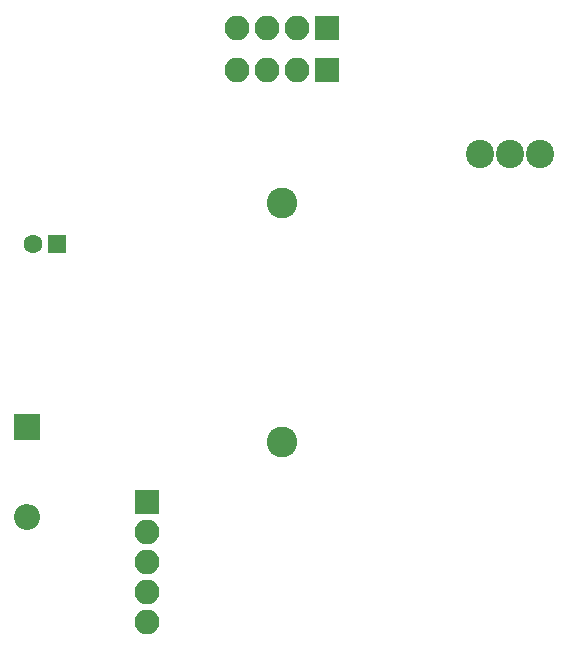
<source format=gbr>
G04 #@! TF.GenerationSoftware,KiCad,Pcbnew,(2018-01-18 revision 959767c09)-makepkg*
G04 #@! TF.CreationDate,2018-01-30T22:09:32+01:00*
G04 #@! TF.ProjectId,SensorPCB_V1.1,53656E736F725043425F56312E312E6B,rev?*
G04 #@! TF.SameCoordinates,Original*
G04 #@! TF.FileFunction,Soldermask,Bot*
G04 #@! TF.FilePolarity,Negative*
%FSLAX46Y46*%
G04 Gerber Fmt 4.6, Leading zero omitted, Abs format (unit mm)*
G04 Created by KiCad (PCBNEW (2018-01-18 revision 959767c09)-makepkg) date 01/30/18 22:09:32*
%MOMM*%
%LPD*%
G01*
G04 APERTURE LIST*
%ADD10C,2.600000*%
%ADD11R,2.100000X2.100000*%
%ADD12O,2.100000X2.100000*%
%ADD13C,2.398980*%
%ADD14O,2.200000X2.200000*%
%ADD15R,2.200000X2.200000*%
%ADD16C,1.600000*%
%ADD17R,1.600000X1.600000*%
G04 APERTURE END LIST*
D10*
X38100000Y-50800000D03*
X38100000Y-30588000D03*
D11*
X41910000Y-19304000D03*
D12*
X39370000Y-19304000D03*
X36830000Y-19304000D03*
X34290000Y-19304000D03*
X34290000Y-15748000D03*
X36830000Y-15748000D03*
X39370000Y-15748000D03*
D11*
X41910000Y-15748000D03*
D13*
X57404000Y-26416000D03*
X54864000Y-26416000D03*
X59944000Y-26416000D03*
D14*
X16510000Y-57150000D03*
D15*
X16510000Y-49530000D03*
D16*
X17050000Y-34036000D03*
D17*
X19050000Y-34036000D03*
D12*
X26670000Y-66040000D03*
X26670000Y-63500000D03*
X26670000Y-60960000D03*
X26670000Y-58420000D03*
D11*
X26670000Y-55880000D03*
M02*

</source>
